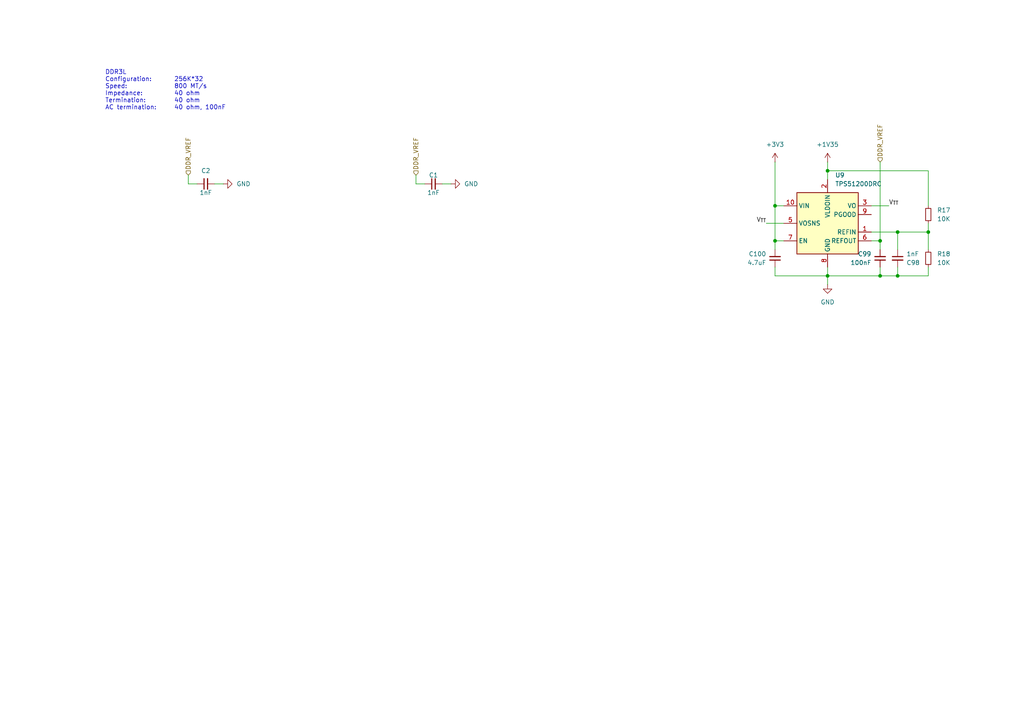
<source format=kicad_sch>
(kicad_sch (version 20250114) (generator "eeschema") (generator_version "9.0")
  (paper "A4")
  (lib_symbols
    (symbol "Device:C_Small" (pin_numbers (hide yes)) (pin_names (offset 0.254) (hide yes))
      (property "Reference" "C" (at 0.254 1.778 0))
      (property "Value" "C_Small" (at 0.254 -2.032 0))
      (symbol "C_Small_0_1"
        (polyline (pts (xy -1.524 0.508) (xy 1.524 0.508)) (stroke (width 0.3048)))
        (polyline (pts (xy -1.524 -0.508) (xy 1.524 -0.508)) (stroke (width 0.3302)))
      )
      (symbol "C_Small_1_1"
        (pin passive line (at 0 2.54 270) (length 2.032) (name "~") (number "1"))
        (pin passive line (at 0 -2.54 90) (length 2.032) (name "~") (number "2"))
      )
    )
    (symbol "Device:R_Small" (pin_numbers (hide yes)) (pin_names (offset 0.254) (hide yes))
      (property "Reference" "R" (at 0.762 0.508 0))
      (property "Value" "R_Small" (at 0.762 -1.016 0))
      (symbol "R_Small_0_1"
        (rectangle (start -0.762 1.778) (end 0.762 -1.778) (stroke (width 0.2032)))
      )
      (symbol "R_Small_1_1"
        (pin passive line (at 0 2.54 270) (length 0.762) (name "~") (number "1"))
        (pin passive line (at 0 -2.54 90) (length 0.762) (name "~") (number "2"))
      )
    )
    (symbol "Regulator_Linear:TPS51200DRC"
      (property "Reference" "U" (at -7.62 10.16 0))
      (property "Value" "TPS51200DRC" (at 7.62 10.16 0))
      (symbol "TPS51200DRC_0_1"
        (rectangle (start -8.89 -8.89) (end 8.89 8.89) (stroke (width 0.254)) (fill (type background)))
        (pin power_in line (at -12.7 5.08 0) (length 3.81) (name "VIN") (number "10"))
        (pin input line (at -12.7 0 0) (length 3.81) (name "VOSNS") (number "5"))
        (pin input line (at -12.7 -5.08 0) (length 3.81) (name "EN") (number "7"))
        (pin power_in line (at 0 12.7 270) (length 3.81) (name "VLDOIN") (number "2"))
        (pin passive line (at 0 -12.7 90) (length 3.81) (hide yes) (name "GND") (number "11"))
        (pin passive line (at 0 -12.7 90) (length 3.81) (hide yes) (name "GND") (number "4"))
        (pin power_in line (at 0 -12.7 90) (length 3.81) (name "GND") (number "8"))
        (pin power_out line (at 12.7 5.08 180) (length 3.81) (name "VO") (number "3"))
        (pin open_collector line (at 12.7 2.54 180) (length 3.81) (name "PGOOD") (number "9"))
        (pin input line (at 12.7 -2.54 180) (length 3.81) (name "REFIN") (number "1"))
        (pin output line (at 12.7 -5.08 180) (length 3.81) (name "REFOUT") (number "6"))
      )
    )
    (symbol "power:+1V35" (power) (pin_numbers (hide yes)) (pin_names (offset 0) (hide yes))
      (property "Value" "+1V35" (at 0 3.556 0))
      (symbol "+1V35_0_1"
        (polyline (pts (xy -0.762 1.27) (xy 0 2.54)))
        (polyline (pts (xy 0 2.54) (xy 0.762 1.27)))
        (polyline (pts (xy 0 0) (xy 0 2.54)))
      )
      (symbol "+1V35_1_1"
        (pin power_in line (at 0 0 90) (length 0) (name "~") (number "1"))
      )
    )
    (symbol "power:+3V3" (power) (pin_numbers (hide yes)) (pin_names (offset 0) (hide yes))
      (property "Value" "+3V3" (at 0 3.556 0))
      (symbol "+3V3_0_1"
        (polyline (pts (xy -0.762 1.27) (xy 0 2.54)))
        (polyline (pts (xy 0 2.54) (xy 0.762 1.27)))
        (polyline (pts (xy 0 0) (xy 0 2.54)))
      )
      (symbol "+3V3_1_1"
        (pin power_in line (at 0 0 90) (length 0) (name "~") (number "1"))
      )
    )
    (symbol "power:GND" (power) (pin_numbers (hide yes)) (pin_names (offset 0) (hide yes))
      (property "Value" "GND" (at 0 -3.81 0))
      (symbol "GND_0_1"
        (polyline (pts (xy 0 0) (xy 0 -1.27) (xy 1.27 -1.27) (xy 0 -2.54) (xy -1.27 -1.27) (xy 0 -1.27)))
      )
      (symbol "GND_1_1"
        (pin power_in line (at 0 0 270) (length 0) (name "~") (number "1"))
      )
    )
  )
  (text "DDR3L\nConfiguration:	256K*32\nSpeed:     		800 MT/s\nImpedance:		40 ohm\nTermination:	40 ohm\nAC termination:	40 ohm, 100nF" (at 30.48 20.32 0) (effects (font (size 1.27 1.27)) (justify left top)))
  (junction (at 255.27 69.85))
  (junction (at 255.27 80.01))
  (junction (at 269.24 67.31))
  (junction (at 260.35 67.31))
  (junction (at 240.03 80.01))
  (junction (at 240.03 49.53))
  (junction (at 224.79 59.69))
  (junction (at 224.79 69.85))
  (junction (at 260.35 80.01))
  (wire (pts (xy 57.15 53.34) (xy 54.61 53.34)))
  (wire (pts (xy 240.03 46.99) (xy 240.03 49.53)))
  (wire (pts (xy 224.79 69.85) (xy 224.79 72.39)))
  (wire (pts (xy 255.27 80.01) (xy 240.03 80.01)))
  (wire (pts (xy 128.27 53.34) (xy 130.81 53.34)))
  (wire (pts (xy 54.61 50.8) (xy 54.61 53.34)))
  (wire (pts (xy 240.03 80.01) (xy 240.03 77.47)))
  (wire (pts (xy 269.24 67.31) (xy 260.35 67.31)))
  (wire (pts (xy 222.25 64.77) (xy 227.33 64.77)))
  (wire (pts (xy 269.24 64.77) (xy 269.24 67.31)))
  (wire (pts (xy 255.27 77.47) (xy 255.27 80.01)))
  (wire (pts (xy 269.24 77.47) (xy 269.24 80.01)))
  (wire (pts (xy 240.03 82.55) (xy 240.03 80.01)))
  (wire (pts (xy 62.23 53.34) (xy 64.77 53.34)))
  (wire (pts (xy 240.03 49.53) (xy 240.03 52.07)))
  (wire (pts (xy 269.24 49.53) (xy 240.03 49.53)))
  (wire (pts (xy 260.35 80.01) (xy 255.27 80.01)))
  (wire (pts (xy 260.35 67.31) (xy 260.35 72.39)))
  (wire (pts (xy 252.73 67.31) (xy 260.35 67.31)))
  (wire (pts (xy 120.65 50.8) (xy 120.65 53.34)))
  (wire (pts (xy 255.27 46.99) (xy 255.27 69.85)))
  (wire (pts (xy 224.79 80.01) (xy 240.03 80.01)))
  (wire (pts (xy 260.35 77.47) (xy 260.35 80.01)))
  (wire (pts (xy 255.27 69.85) (xy 255.27 72.39)))
  (wire (pts (xy 269.24 80.01) (xy 260.35 80.01)))
  (wire (pts (xy 123.19 53.34) (xy 120.65 53.34)))
  (wire (pts (xy 252.73 69.85) (xy 255.27 69.85)))
  (wire (pts (xy 269.24 72.39) (xy 269.24 67.31)))
  (wire (pts (xy 224.79 59.69) (xy 227.33 59.69)))
  (wire (pts (xy 224.79 69.85) (xy 227.33 69.85)))
  (wire (pts (xy 224.79 46.99) (xy 224.79 59.69)))
  (wire (pts (xy 224.79 77.47) (xy 224.79 80.01)))
  (wire (pts (xy 224.79 59.69) (xy 224.79 69.85)))
  (wire (pts (xy 252.73 59.69) (xy 257.81 59.69)))
  (wire (pts (xy 269.24 59.69) (xy 269.24 49.53)))
  (label "V_{TT}" (at 257.81 59.69 0))
  (label "V_{TT}" (at 222.25 64.77 180))
  (hierarchical_label "DDR_VREF" (shape input) (at 54.61 50.8 90))
  (hierarchical_label "DDR_VREF" (shape input) (at 120.65 50.8 90))
  (hierarchical_label "DDR_VREF" (shape input) (at 255.27 46.99 90))
  (symbol (lib_id "power:GND") (at 64.77 53.34 90) (unit 1)
    (property "Reference" "#PWR023" (effects (hide yes)))
    (property "Value" "GND" (at 68.58 53.3399 90) (effects (justify right)))
    (property "Description" "Power symbol creates a global label with name \"GND\" , ground" (effects (hide yes)))
  )
  (symbol (lib_id "Device:C_Small") (at 125.73 53.34 90) (unit 1)
    (property "Reference" "C1" (at 125.73 50.8 90))
    (property "Value" "1nF" (at 125.73 55.88 90))
    (property "Footprint" "Capacitor_SMD:C_0402_1005Metric" (effects (hide yes)))
    (property "Description" "Unpolarized capacitor, small symbol" (effects (hide yes)))
  )
  (symbol (lib_id "Regulator_Linear:TPS51200DRC") (at 240.03 64.77 0) (unit 1)
    (property "Reference" "U9" (at 242.2241 50.8 0) (effects (justify left)))
    (property "Value" "TPS51200DRC" (at 242.2241 53.34 0) (effects (justify left)))
    (property "Footprint" "Package_SON:VSON-10-1EP_3x3mm_P0.5mm_EP1.65x2.4mm" (effects (hide yes)))
    (property "Datasheet" "http://www.ti.com/lit/ds/symlink/tps51200.pdf" (effects (hide yes)))
    (property "Description" "Sink and Source DDR Termination Regulator, VSON-10" (effects (hide yes)))
    (property "LCSC part number" "C34771" (effects (hide yes)))
  )
  (symbol (lib_id "Device:R_Small") (at 269.24 74.93 180) (unit 1)
    (property "Reference" "R18" (at 271.78 73.6599 0) (effects (justify right)))
    (property "Value" "10K" (at 271.78 76.1999 0) (effects (justify right)))
    (property "Footprint" "Resistor_SMD:R_0402_1005Metric" (effects (hide yes)))
    (property "Description" "Resistor, small symbol" (effects (hide yes)))
  )
  (symbol (lib_id "Device:R_Small") (at 269.24 62.23 180) (unit 1)
    (property "Reference" "R17" (at 271.78 60.9599 0) (effects (justify right)))
    (property "Value" "10K" (at 271.78 63.4999 0) (effects (justify right)))
    (property "Footprint" "Resistor_SMD:R_0402_1005Metric" (effects (hide yes)))
    (property "Description" "Resistor, small symbol" (effects (hide yes)))
  )
  (symbol (lib_id "Device:C_Small") (at 255.27 74.93 0) (mirror x) (unit 1)
    (property "Reference" "C99" (at 252.73 73.66 0) (effects (justify right)))
    (property "Value" "100nF" (at 252.73 76.2 0) (effects (justify right)))
    (property "Footprint" "Capacitor_SMD:C_0402_1005Metric" (effects (hide yes)))
    (property "Description" "Unpolarized capacitor, small symbol" (effects (hide yes)))
  )
  (symbol (lib_id "power:+1V35") (at 240.03 46.99 0) (unit 1)
    (property "Reference" "#PWR071" (effects (hide yes)))
    (property "Value" "+1V35" (at 240.03 41.91 0))
    (property "Description" "Power symbol creates a global label with name \"+1V35\"" (effects (hide yes)))
  )
  (symbol (lib_id "power:+3V3") (at 224.79 46.99 0) (unit 1)
    (property "Reference" "#PWR072" (effects (hide yes)))
    (property "Value" "+3V3" (at 224.79 41.91 0))
    (property "Description" "Power symbol creates a global label with name \"+3V3\"" (effects (hide yes)))
  )
  (symbol (lib_id "Device:C_Small") (at 224.79 74.93 0) (mirror x) (unit 1)
    (property "Reference" "C100" (at 222.25 73.66 0) (effects (justify right)))
    (property "Value" "4.7uF" (at 222.25 76.2 0) (effects (justify right)))
    (property "Footprint" "Capacitor_SMD:C_0402_1005Metric" (effects (hide yes)))
    (property "Description" "Unpolarized capacitor, small symbol" (effects (hide yes)))
  )
  (symbol (lib_id "Device:C_Small") (at 260.35 74.93 0) (mirror y) (unit 1)
    (property "Reference" "C98" (at 262.89 76.2 0) (effects (justify right)))
    (property "Value" "1nF" (at 262.89 73.66 0) (effects (justify right)))
    (property "Footprint" "Capacitor_SMD:C_0402_1005Metric" (effects (hide yes)))
    (property "Description" "Unpolarized capacitor, small symbol" (effects (hide yes)))
  )
  (symbol (lib_id "Device:C_Small") (at 59.69 53.34 90) (unit 1)
    (property "Reference" "C2" (at 59.69 49.53 90))
    (property "Value" "1nF" (at 59.69 55.88 90))
    (property "Footprint" "Capacitor_SMD:C_0402_1005Metric" (effects (hide yes)))
    (property "Description" "Unpolarized capacitor, small symbol" (effects (hide yes)))
  )
  (symbol (lib_id "power:GND") (at 240.03 82.55 0) (unit 1)
    (property "Reference" "#PWR070" (effects (hide yes)))
    (property "Value" "GND" (at 240.03 87.63 0))
    (property "Description" "Power symbol creates a global label with name \"GND\" , ground" (effects (hide yes)))
  )
  (symbol (lib_id "power:GND") (at 130.81 53.34 90) (unit 1)
    (property "Reference" "#PWR024" (effects (hide yes)))
    (property "Value" "GND" (at 134.62 53.3399 90) (effects (justify right)))
    (property "Description" "Power symbol creates a global label with name \"GND\" , ground" (effects (hide yes)))
  )
)
</source>
